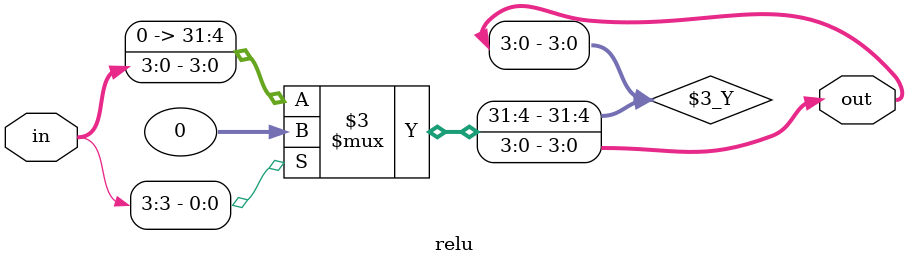
<source format=v>
module relu(
    input [3:0] in,
    output [3:0] out
);

assign out = (in[3] == 0)? in : 0;

endmodule
</source>
